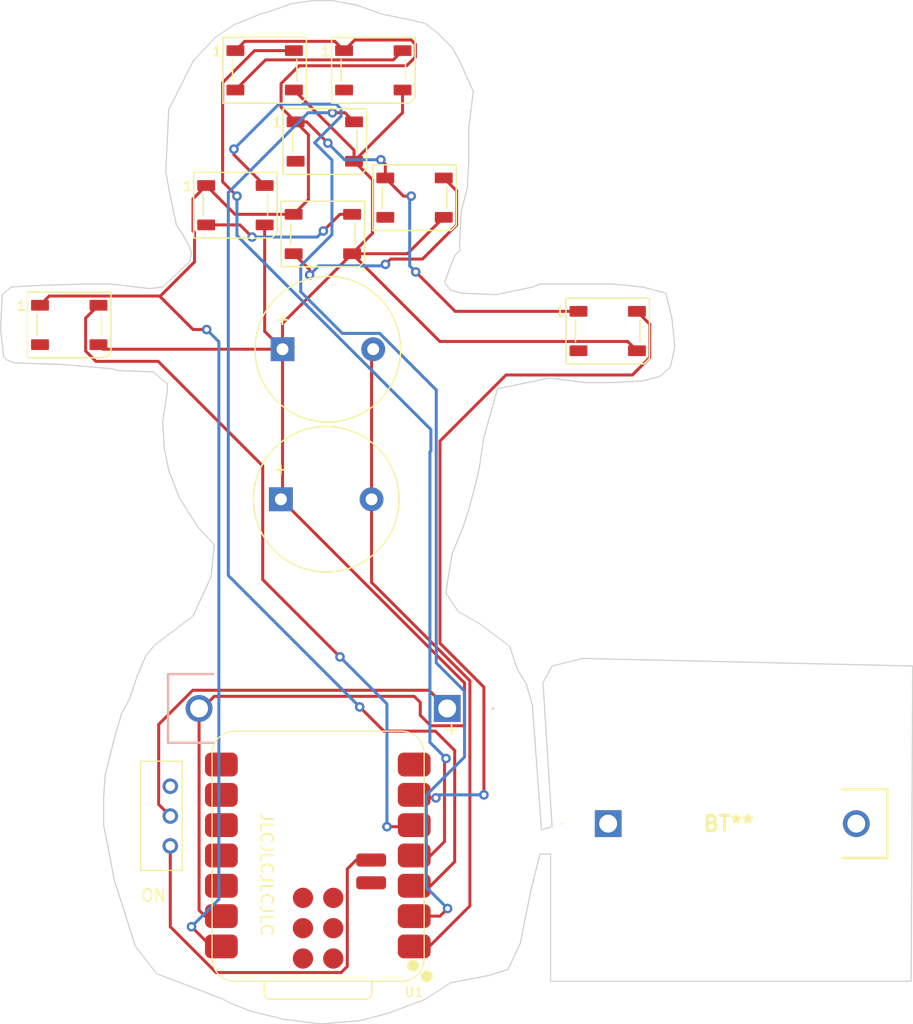
<source format=kicad_pcb>
(kicad_pcb (version 20240108) (generator "pcbnew") (generator_version "8.0")
  (layers (0 "F.Cu" signal) (31 "B.Cu" signal) (34 "B.Paste" user) (35 "F.Paste" user) (36 "B.SilkS" user "B.Silkscreen") (37 "F.SilkS" user "F.Silkscreen") (38 "B.Mask" user) (39 "F.Mask" user) (44 "Edge.Cuts" user))
  (net 0 "")
  (net 1 "Net-(BZ1--)")
  (net 2 "GND")
  (net 3 "+5V")
  (net 4 "Net-(D1-DIN)")
  (net 6 "Net-(D2-DIN)")
  (net 7 "Net-(D2-DOUT)")
  (net 10 "Net-(D8-DIN)")
  (net 11 "Net-(D10-DIN)")
  (net 12 "Net-(D10-DOUT)")
  (net 14 "Net-(D12-DIN)")
  (net 17 "Net-(D13-DIN)")
  (net 30 "Net-(BT1--)")
  (net 31 "Net-(BT1-+)")
  (footprint "LED_SMD:LED_WS2812B_PLCC4_5.0x5.0mm_P3.2mm" (layer "F.Cu") (at 239.739 80.011)
    (property "Reference" "D13" (hide yes))
    (property "Value" "WS2812B" (hide yes))
    (fp_line (start -3.5 -2.75) (end -3.5 2.75) (stroke (width 0.12)) (layer "F.SilkS"))
    (fp_line (start -3.5 -2.75) (end 3.5 -2.75) (stroke (width 0.12)) (layer "F.SilkS"))
    (fp_line (start -3.5 2.75) (end 3.05 2.75) (stroke (width 0.12)) (layer "F.SilkS"))
    (fp_line (start -2.7 0.9) (end -2.7 -0.9) (stroke (width 0.12)) (layer "F.SilkS"))
    (fp_line (start 2.7 0.9) (end 2.7 -0.9) (stroke (width 0.12)) (layer "F.SilkS"))
    (fp_line (start 3.05 2.75) (end 3.5 2.3) (stroke (width 0.12)) (layer "F.SilkS"))
    (fp_line (start 3.5 2.3) (end 3.5 -2.75) (stroke (width 0.12)) (layer "F.SilkS"))
    (fp_text user "1" (at -4 -1.6 0) (layer "F.SilkS") (effects (font (size 0.8 0.8))))
    (pad "1" smd roundrect (at -2.45 -1.65) (size 1.5 0.9) (layers "F.Cu" "F.Paste" "F.Mask") (roundrect_rratio 0.1) (net 3 "+5V"))
    (pad "2" smd roundrect (at -2.45 1.65) (size 1.5 0.9) (layers "F.Cu" "F.Paste" "F.Mask") (roundrect_rratio 0.1))
    (pad "3" smd roundrect (at 2.45 1.65) (size 1.5 0.9) (layers "F.Cu" "F.Paste" "F.Mask") (roundrect_rratio 0.1) (net 2 "GND"))
    (pad "4" smd roundrect (at 2.45 -1.65) (size 1.5 0.9) (layers "F.Cu" "F.Paste" "F.Mask") (roundrect_rratio 0.1) (net 17 "Net-(D13-DIN)"))
  )
  (footprint "Buzzer_Beeper:Buzzer_12x9.5RM7.6" (layer "F.Cu") (at 212.481 81.534)
    (property "Reference" "BZ1" (hide yes))
    (property "Value" "Buzzer" (hide yes))
    (fp_circle (center 3.8 0) (end 9.9 0) (stroke (width 0.12)) (fill none) (layer "F.SilkS"))
    (fp_text user "+" (at -0.01 -2.54 0) (layer "F.SilkS"))
    (pad "1" thru_hole rect (at 0 0) (size 2 2) (drill 1) (layers "*.Cu" "*.Mask") (net 2 "GND"))
    (pad "2" thru_hole circle (at 7.6 0) (size 2 2) (drill 1) (layers "*.Cu" "*.Mask") (net 1 "Net-(BZ1--)"))
  )
  (footprint "LED_SMD:LED_WS2812B_PLCC4_5.0x5.0mm_P3.2mm" (layer "F.Cu") (at 220.091 58.166)
    (property "Reference" "D11" (hide yes))
    (property "Value" "WS2812B" (hide yes))
    (fp_line (start -3.5 -2.75) (end -3.5 2.75) (stroke (width 0.12)) (layer "F.SilkS"))
    (fp_line (start -3.5 -2.75) (end 3.5 -2.75) (stroke (width 0.12)) (layer "F.SilkS"))
    (fp_line (start -3.5 2.75) (end 3.05 2.75) (stroke (width 0.12)) (layer "F.SilkS"))
    (fp_line (start -2.7 0.9) (end -2.7 -0.9) (stroke (width 0.12)) (layer "F.SilkS"))
    (fp_line (start 2.7 0.9) (end 2.7 -0.9) (stroke (width 0.12)) (layer "F.SilkS"))
    (fp_line (start 3.05 2.75) (end 3.5 2.3) (stroke (width 0.12)) (layer "F.SilkS"))
    (fp_line (start 3.5 2.3) (end 3.5 -2.75) (stroke (width 0.12)) (layer "F.SilkS"))
    (fp_text user "1" (at -4 -1.6 0) (layer "F.SilkS") (effects (font (size 0.8 0.8))))
    (pad "1" smd roundrect (at -2.45 -1.65) (size 1.5 0.9) (layers "F.Cu" "F.Paste" "F.Mask") (roundrect_rratio 0.1) (net 3 "+5V"))
    (pad "2" smd roundrect (at -2.45 1.65) (size 1.5 0.9) (layers "F.Cu" "F.Paste" "F.Mask") (roundrect_rratio 0.1))
    (pad "3" smd roundrect (at 2.45 1.65) (size 1.5 0.9) (layers "F.Cu" "F.Paste" "F.Mask") (roundrect_rratio 0.1) (net 2 "GND"))
    (pad "4" smd roundrect (at 2.45 -1.65) (size 1.5 0.9) (layers "F.Cu" "F.Paste" "F.Mask") (roundrect_rratio 0.1) (net 12 "Net-(D10-DOUT)"))
  )
  (footprint "XIAOESP32C3:XIAO-ESP32C3-SMD" (layer "F.Cu") (at 215.52 123.992 180)
    (property "Reference" "U1" (at -8.835 -10.96 0) (layer "F.SilkS") (effects (font (size 0.78232 0.78232) (thickness 0.10668)) (justify right top)))
    (property "Value" "XIAO-ESP32-C3-SMD" (hide yes))
    (fp_line (start 8.945 8.553) (end 8.945 -8.592) (stroke (width 0.1)) (layer "F.SilkS"))
    (fp_line (start 7.04 -10.497) (end -6.93 -10.497) (stroke (width 0.1)) (layer "F.SilkS"))
    (fp_line (start 4.559 -11.507) (end 4.559 -10.497) (stroke (width 0.127)) (layer "F.SilkS"))
    (fp_line (start -3.936272 -12.007) (end 4.059 -12.007) (stroke (width 0.127)) (layer "F.SilkS"))
    (fp_line (start -4.44 -10.497) (end -4.436272 -11.507272) (stroke (width 0.127)) (layer "F.SilkS"))
    (fp_line (start -6.93 10.458) (end 7.04 10.458) (stroke (width 0.1)) (layer "F.SilkS"))
    (fp_line (start -8.835 8.553) (end -8.835 -8.592) (stroke (width 0.1)) (layer "F.SilkS"))
    (fp_arc (start 8.945 8.553) (mid 8.387038 9.900038) (end 7.04 10.458) (stroke (width 0.1)) (layer "F.SilkS"))
    (fp_arc (start 7.04 -10.497) (mid 8.387038 -9.939038) (end 8.945 -8.592) (stroke (width 0.1)) (layer "F.SilkS"))
    (fp_arc (start 4.059 -12.007) (mid 4.412553 -11.860553) (end 4.559 -11.507) (stroke (width 0.127)) (layer "F.SilkS"))
    (fp_arc (start -4.436272 -11.507272) (mid -4.289724 -11.860644) (end -3.936272 -12.007) (stroke (width 0.127)) (layer "F.SilkS"))
    (fp_arc (start -6.93 10.458) (mid -8.277038 9.900038) (end -8.835 8.553) (stroke (width 0.1)) (layer "F.SilkS"))
    (fp_arc (start -8.835 -8.596) (mid -8.277038 -9.943038) (end -6.93 -10.501) (stroke (width 0.1)) (layer "F.SilkS"))
    (fp_circle (center -7.902 -9.201) (end -7.902 -9.455) (stroke (width 0.5)) (fill solid) (layer "F.SilkS"))
    (fp_circle (center -9.045 -10.081) (end -9.045 -10.335) (stroke (width 0.5)) (fill solid) (layer "F.SilkS"))
    (pad "1" smd roundrect (at -8 -7.58 180) (size 2.75 2) (layers "F.Cu" "F.Paste" "F.Mask") (net 1 "Net-(BZ1--)"))
    (pad "2" smd roundrect (at -8 -5.04 180) (size 2.75 2) (layers "F.Cu" "F.Paste" "F.Mask") (net 10 "Net-(D8-DIN)"))
    (pad "3" smd roundrect (at -8 -2.5 180) (size 2.75 2) (layers "F.Cu" "F.Paste" "F.Mask") (net 4 "Net-(D1-DIN)"))
    (pad "4" smd roundrect (at -8 0.04 180) (size 2.75 2) (layers "F.Cu" "F.Paste" "F.Mask") (net 11 "Net-(D10-DIN)"))
    (pad "5" smd roundrect (at -8 2.58 180) (size 2.75 2) (layers "F.Cu" "F.Paste" "F.Mask") (net 14 "Net-(D12-DIN)"))
    (pad "6" smd roundrect (at -8 5.12 180) (size 2.75 2) (layers "F.Cu" "F.Paste" "F.Mask") (net 17 "Net-(D13-DIN)"))
    (pad "7" smd roundrect (at -8 7.66 180) (size 2.75 2) (layers "F.Cu" "F.Paste" "F.Mask"))
    (pad "8" smd roundrect (at 8.165 7.66 180) (size 2.75 2) (layers "F.Cu" "F.Paste" "F.Mask"))
    (pad "9" smd roundrect (at 8.165 5.12 180) (size 2.75 2) (layers "F.Cu" "F.Paste" "F.Mask"))
    (pad "10" smd roundrect (at 8.165 2.58 180) (size 2.75 2) (layers "F.Cu" "F.Paste" "F.Mask"))
    (pad "11" smd roundrect (at 8.165 0.04 180) (size 2.75 2) (layers "F.Cu" "F.Paste" "F.Mask"))
    (pad "12" smd roundrect (at 8.165 -2.5 180) (size 2.75 2) (layers "F.Cu" "F.Paste" "F.Mask"))
    (pad "13" smd roundrect (at 8.165 -5.04 180) (size 2.75 2) (layers "F.Cu" "F.Paste" "F.Mask") (net 2 "GND"))
    (pad "14" smd roundrect (at 8.165 -7.58 180) (size 2.75 2) (layers "F.Cu" "F.Paste" "F.Mask") (net 3 "+5V"))
    (pad "15" smd roundrect (at -4.39 -0.342) (size 2.5 1.1) (layers "F.Cu" "F.Paste" "F.Mask") (net 31 "Net-(BT1-+)"))
    (pad "16" smd roundrect (at -4.39 -2.247) (size 2.5 1.1) (layers "F.Cu" "F.Paste" "F.Mask"))
    (pad "17" smd circle (at -1.215 -8.592 180) (size 1.7 1.7) (layers "F.Cu" "F.Paste" "F.Mask"))
    (pad "18" smd circle (at 1.325 -8.592 180) (size 1.7 1.7) (layers "F.Cu" "F.Paste" "F.Mask"))
    (pad "19" smd circle (at -1.215 -6.052 180) (size 1.7 1.7) (layers "F.Cu" "F.Paste" "F.Mask"))
    (pad "20" smd circle (at 1.325 -6.052 180) (size 1.7 1.7) (layers "F.Cu" "F.Paste" "F.Mask"))
    (pad "21" smd circle (at -1.215 -3.512 180) (size 1.7 1.7) (layers "F.Cu" "F.Paste" "F.Mask"))
    (pad "22" smd circle (at 1.325 -3.512 180) (size 1.7 1.7) (layers "F.Cu" "F.Paste" "F.Mask"))
  )
  (footprint "2032:BS07A1BJ001" (layer "F.Cu") (at 239.776 121.285)
    (property "Reference" "BT**" (at 10.1 0 0) (layer "F.SilkS") (effects (font (size 1.27 1.27) (thickness 0.254))))
    (property "Value" "BS07A1BJ001" (hide yes))
    (fp_line (start -3.9 0) (end -3.9 0) (stroke (width 0.1)) (layer "F.SilkS"))
    (fp_line (start -3.8 0) (end -3.8 0) (stroke (width 0.1)) (layer "F.SilkS"))
    (fp_line (start 19.63 -2.875) (end 23.4 -2.875) (stroke (width 0.2)) (layer "F.SilkS"))
    (fp_line (start 23.4 -2.875) (end 23.4 2.875) (stroke (width 0.2)) (layer "F.SilkS"))
    (fp_line (start 23.4 2.875) (end 19.63 2.875) (stroke (width 0.2)) (layer "F.SilkS"))
    (fp_arc (start -3.9 0) (mid -3.85 -0.05) (end -3.8 0) (stroke (width 0.1)) (layer "F.SilkS"))
    (fp_arc (start -3.8 0) (mid -3.85 0.05) (end -3.9 0) (stroke (width 0.1)) (layer "F.SilkS"))
    (pad "1" thru_hole rect (at 0 0) (size 2.25 2.25) (drill 1.5) (layers "*.Cu" "*.Mask"))
    (pad "2" thru_hole circle (at 20.8 0) (size 2.25 2.25) (drill 1.5) (layers "*.Cu" "*.Mask"))
  )
  (footprint "LED_SMD:LED_WS2812B_PLCC4_5.0x5.0mm_P3.2mm" (layer "F.Cu") (at 216.027 64.135)
    (property "Reference" "D1" (hide yes))
    (property "Value" "WS2812B" (hide yes))
    (fp_line (start -3.5 -2.75) (end -3.5 2.75) (stroke (width 0.12)) (layer "F.SilkS"))
    (fp_line (start -3.5 -2.75) (end 3.5 -2.75) (stroke (width 0.12)) (layer "F.SilkS"))
    (fp_line (start -3.5 2.75) (end 3.05 2.75) (stroke (width 0.12)) (layer "F.SilkS"))
    (fp_line (start -2.7 0.9) (end -2.7 -0.9) (stroke (width 0.12)) (layer "F.SilkS"))
    (fp_line (start 2.7 0.9) (end 2.7 -0.9) (stroke (width 0.12)) (layer "F.SilkS"))
    (fp_line (start 3.05 2.75) (end 3.5 2.3) (stroke (width 0.12)) (layer "F.SilkS"))
    (fp_line (start 3.5 2.3) (end 3.5 -2.75) (stroke (width 0.12)) (layer "F.SilkS"))
    (fp_text user "1" (at -4 -1.6 0) (layer "F.SilkS") (effects (font (size 0.8 0.8))))
    (pad "1" smd roundrect (at -2.45 -1.65) (size 1.5 0.9) (layers "F.Cu" "F.Paste" "F.Mask") (roundrect_rratio 0.1) (net 3 "+5V"))
    (pad "2" smd roundrect (at -2.45 1.65) (size 1.5 0.9) (layers "F.Cu" "F.Paste" "F.Mask") (roundrect_rratio 0.1))
    (pad "3" smd roundrect (at 2.45 1.65) (size 1.5 0.9) (layers "F.Cu" "F.Paste" "F.Mask") (roundrect_rratio 0.1) (net 2 "GND"))
    (pad "4" smd roundrect (at 2.45 -1.65) (size 1.5 0.9) (layers "F.Cu" "F.Paste" "F.Mask") (roundrect_rratio 0.1) (net 4 "Net-(D1-DIN)"))
  )
  (footprint "LED_SMD:LED_WS2812B_PLCC4_5.0x5.0mm_P3.2mm" (layer "F.Cu") (at 215.863 71.881)
    (property "Reference" "D2" (hide yes))
    (property "Value" "WS2812B" (hide yes))
    (fp_line (start -3.5 -2.75) (end -3.5 2.75) (stroke (width 0.12)) (layer "F.SilkS"))
    (fp_line (start -3.5 -2.75) (end 3.5 -2.75) (stroke (width 0.12)) (layer "F.SilkS"))
    (fp_line (start -3.5 2.75) (end 3.05 2.75) (stroke (width 0.12)) (layer "F.SilkS"))
    (fp_line (start -2.7 0.9) (end -2.7 -0.9) (stroke (width 0.12)) (layer "F.SilkS"))
    (fp_line (start 2.7 0.9) (end 2.7 -0.9) (stroke (width 0.12)) (layer "F.SilkS"))
    (fp_line (start 3.05 2.75) (end 3.5 2.3) (stroke (width 0.12)) (layer "F.SilkS"))
    (fp_line (start 3.5 2.3) (end 3.5 -2.75) (stroke (width 0.12)) (layer "F.SilkS"))
    (pad "1" smd roundrect (at -2.45 -1.65) (size 1.5 0.9) (layers "F.Cu" "F.Paste" "F.Mask") (roundrect_rratio 0.1) (net 3 "+5V"))
    (pad "2" smd roundrect (at -2.45 1.65) (size 1.5 0.9) (layers "F.Cu" "F.Paste" "F.Mask") (roundrect_rratio 0.1) (net 7 "Net-(D2-DOUT)"))
    (pad "3" smd roundrect (at 2.45 1.65) (size 1.5 0.9) (layers "F.Cu" "F.Paste" "F.Mask") (roundrect_rratio 0.1) (net 2 "GND"))
    (pad "4" smd roundrect (at 2.45 -1.65) (size 1.5 0.9) (layers "F.Cu" "F.Paste" "F.Mask") (roundrect_rratio 0.1) (net 6 "Net-(D2-DIN)"))
  )
  (footprint "LED_SMD:LED_WS2812B_PLCC4_5.0x5.0mm_P3.2mm" (layer "F.Cu") (at 194.601 79.501)
    (property "Reference" "D12" (hide yes))
    (property "Value" "WS2812B" (hide yes))
    (fp_line (start -3.5 -2.75) (end -3.5 2.75) (stroke (width 0.12)) (layer "F.SilkS"))
    (fp_line (start -3.5 -2.75) (end 3.5 -2.75) (stroke (width 0.12)) (layer "F.SilkS"))
    (fp_line (start -3.5 2.75) (end 3.05 2.75) (stroke (width 0.12)) (layer "F.SilkS"))
    (fp_line (start -2.7 0.9) (end -2.7 -0.9) (stroke (width 0.12)) (layer "F.SilkS"))
    (fp_line (start 2.7 0.9) (end 2.7 -0.9) (stroke (width 0.12)) (layer "F.SilkS"))
    (fp_line (start 3.05 2.75) (end 3.5 2.3) (stroke (width 0.12)) (layer "F.SilkS"))
    (fp_line (start 3.5 2.3) (end 3.5 -2.75) (stroke (width 0.12)) (layer "F.SilkS"))
    (fp_text user "1" (at -4 -1.6 0) (layer "F.SilkS") (effects (font (size 0.8 0.8))))
    (pad "1" smd roundrect (at -2.45 -1.65) (size 1.5 0.9) (layers "F.Cu" "F.Paste" "F.Mask") (roundrect_rratio 0.1) (net 3 "+5V"))
    (pad "2" smd roundrect (at -2.45 1.65) (size 1.5 0.9) (layers "F.Cu" "F.Paste" "F.Mask") (roundrect_rratio 0.1))
    (pad "3" smd roundrect (at 2.45 1.65) (size 1.5 0.9) (layers "F.Cu" "F.Paste" "F.Mask") (roundrect_rratio 0.1) (net 2 "GND"))
    (pad "4" smd roundrect (at 2.45 -1.65) (size 1.5 0.9) (layers "F.Cu" "F.Paste" "F.Mask") (roundrect_rratio 0.1) (net 14 "Net-(D12-DIN)"))
  )
  (footprint "LED_SMD:LED_WS2812B_PLCC4_5.0x5.0mm_P3.2mm" (layer "F.Cu") (at 223.5465 68.835)
    (property "Reference" "D3" (hide yes))
    (property "Value" "WS2812B" (hide yes))
    (fp_line (start -3.5 -2.75) (end -3.5 2.75) (stroke (width 0.12)) (layer "F.SilkS"))
    (fp_line (start -3.5 -2.75) (end 3.5 -2.75) (stroke (width 0.12)) (layer "F.SilkS"))
    (fp_line (start -3.5 2.75) (end 3.05 2.75) (stroke (width 0.12)) (layer "F.SilkS"))
    (fp_line (start -2.7 0.9) (end -2.7 -0.9) (stroke (width 0.12)) (layer "F.SilkS"))
    (fp_line (start 2.7 0.9) (end 2.7 -0.9) (stroke (width 0.12)) (layer "F.SilkS"))
    (fp_line (start 3.05 2.75) (end 3.5 2.3) (stroke (width 0.12)) (layer "F.SilkS"))
    (fp_line (start 3.5 2.3) (end 3.5 -2.75) (stroke (width 0.12)) (layer "F.SilkS"))
    (pad "1" smd roundrect (at -2.45 -1.65) (size 1.5 0.9) (layers "F.Cu" "F.Paste" "F.Mask") (roundrect_rratio 0.1) (net 3 "+5V"))
    (pad "2" smd roundrect (at -2.45 1.65) (size 1.5 0.9) (layers "F.Cu" "F.Paste" "F.Mask") (roundrect_rratio 0.1))
    (pad "3" smd roundrect (at 2.45 1.65) (size 1.5 0.9) (layers "F.Cu" "F.Paste" "F.Mask") (roundrect_rratio 0.1) (net 2 "GND"))
    (pad "4" smd roundrect (at 2.45 -1.65) (size 1.5 0.9) (layers "F.Cu" "F.Paste" "F.Mask") (roundrect_rratio 0.1) (net 7 "Net-(D2-DOUT)"))
  )
  (footprint "LED_SMD:LED_WS2812B_PLCC4_5.0x5.0mm_P3.2mm" (layer "F.Cu") (at 210.984 58.165)
    (property "Reference" "D10" (hide yes))
    (property "Value" "WS2812B" (hide yes))
    (fp_line (start -3.5 -2.75) (end -3.5 2.75) (stroke (width 0.12)) (layer "F.SilkS"))
    (fp_line (start -3.5 -2.75) (end 3.5 -2.75) (stroke (width 0.12)) (layer "F.SilkS"))
    (fp_line (start -3.5 2.75) (end 3.05 2.75) (stroke (width 0.12)) (layer "F.SilkS"))
    (fp_line (start -2.7 0.9) (end -2.7 -0.9) (stroke (width 0.12)) (layer "F.SilkS"))
    (fp_line (start 2.7 0.9) (end 2.7 -0.9) (stroke (width 0.12)) (layer "F.SilkS"))
    (fp_line (start 3.05 2.75) (end 3.5 2.3) (stroke (width 0.12)) (layer "F.SilkS"))
    (fp_line (start 3.5 2.3) (end 3.5 -2.75) (stroke (width 0.12)) (layer "F.SilkS"))
    (fp_text user "1" (at -4 -1.6 0) (layer "F.SilkS") (effects (font (size 0.8 0.8))))
    (pad "1" smd roundrect (at -2.45 -1.65) (size 1.5 0.9) (layers "F.Cu" "F.Paste" "F.Mask") (roundrect_rratio 0.1) (net 3 "+5V"))
    (pad "2" smd roundrect (at -2.45 1.65) (size 1.5 0.9) (layers "F.Cu" "F.Paste" "F.Mask") (roundrect_rratio 0.1) (net 12 "Net-(D10-DOUT)"))
    (pad "3" smd roundrect (at 2.45 1.65) (size 1.5 0.9) (layers "F.Cu" "F.Paste" "F.Mask") (roundrect_rratio 0.1) (net 2 "GND"))
    (pad "4" smd roundrect (at 2.45 -1.65) (size 1.5 0.9) (layers "F.Cu" "F.Paste" "F.Mask") (roundrect_rratio 0.1) (net 11 "Net-(D10-DIN)"))
  )
  (footprint "Buzzer_Beeper:Buzzer_12x9.5RM7.6" (layer "F.Cu") (at 212.344 94.107)
    (property "Reference" "BZ2" (hide yes))
    (property "Value" "Buzzer" (hide yes))
    (fp_circle (center 3.8 0) (end 9.9 0) (stroke (width 0.12)) (fill none) (layer "F.SilkS"))
    (fp_text user "+" (at -0.01 -2.54 0) (layer "F.SilkS"))
    (pad "1" thru_hole rect (at 0 0) (size 2 2) (drill 1) (layers "*.Cu" "*.Mask") (net 2 "GND"))
    (pad "2" thru_hole circle (at 7.6 0) (size 2 2) (drill 1) (layers "*.Cu" "*.Mask") (net 1 "Net-(BZ1--)"))
  )
  (footprint "LED_SMD:LED_WS2812B_PLCC4_5.0x5.0mm_P3.2mm" (layer "F.Cu") (at 208.534 69.469)
    (property "Reference" "D8" (hide yes))
    (property "Value" "WS2812B" (hide yes))
    (fp_line (start -3.5 -2.75) (end -3.5 2.75) (stroke (width 0.12)) (layer "F.SilkS"))
    (fp_line (start -3.5 -2.75) (end 3.5 -2.75) (stroke (width 0.12)) (layer "F.SilkS"))
    (fp_line (start -3.5 2.75) (end 3.05 2.75) (stroke (width 0.12)) (layer "F.SilkS"))
    (fp_line (start -2.7 0.9) (end -2.7 -0.9) (stroke (width 0.12)) (layer "F.SilkS"))
    (fp_line (start 2.7 0.9) (end 2.7 -0.9) (stroke (width 0.12)) (layer "F.SilkS"))
    (fp_line (start 3.05 2.75) (end 3.5 2.3) (stroke (width 0.12)) (layer "F.SilkS"))
    (fp_line (start 3.5 2.3) (end 3.5 -2.75) (stroke (width 0.12)) (layer "F.SilkS"))
    (fp_text user "1" (at -4 -1.6 0) (layer "F.SilkS") (effects (font (size 0.8 0.8))))
    (pad "1" smd roundrect (at -2.45 -1.65) (size 1.5 0.9) (layers "F.Cu" "F.Paste" "F.Mask") (roundrect_rratio 0.1) (net 3 "+5V"))
    (pad "2" smd roundrect (at -2.45 1.65) (size 1.5 0.9) (layers "F.Cu" "F.Paste" "F.Mask") (roundrect_rratio 0.1) (net 6 "Net-(D2-DIN)"))
    (pad "3" smd roundrect (at 2.45 1.65) (size 1.5 0.9) (layers "F.Cu" "F.Paste" "F.Mask") (roundrect_rratio 0.1) (net 2 "GND"))
    (pad "4" smd roundrect (at 2.45 -1.65) (size 1.5 0.9) (layers "F.Cu" "F.Paste" "F.Mask") (roundrect_rratio 0.1) (net 10 "Net-(D8-DIN)"))
  )
  (footprint "AAAAAA_NewSwitch:K31260DL1" (layer "F.Cu") (at 203.073 123.15 90)
    (property "Reference" "BT1" (hide yes))
    (property "Value" "BS-07-A1BJ001" (hide yes))
    (fp_line (start 7.1 -2.5) (end 7.1 1) (stroke (width 0.1)) (layer "F.SilkS"))
    (fp_line (start -2.05 -2.5) (end 7.1 -2.5) (stroke (width 0.1)) (layer "F.SilkS"))
    (fp_line (start 7.1 1) (end -2.05 1) (stroke (width 0.1)) (layer "F.SilkS"))
    (fp_line (start -2.05 1) (end -2.05 -2.5) (stroke (width 0.1)) (layer "F.SilkS"))
    (pad "1" thru_hole circle (at 0 0 90) (size 1.3 1.3) (drill 0.8) (layers "*.Cu" "*.Mask") (net 31 "Net-(BT1-+)"))
    (pad "2" thru_hole circle (at 2.5 0 90) (size 1.3 1.3) (drill 0.8) (layers "*.Cu" "*.Mask") (net 30 "Net-(BT1--)"))
    (pad "3" thru_hole circle (at 5 0 90) (size 1.3 1.3) (drill 0.8) (layers "*.Cu" "*.Mask"))
  )
  (footprint "Switch:BS07A1BJ001" (layer "B.Cu") (at 226.286 111.633 180)
    (property "Reference" "S1" (hide yes))
    (property "Value" "K3-1260D-L1" (hide yes))
    (fp_line (start 23.4 2.875) (end 19.63 2.875) (stroke (width 0.2)) (layer "B.SilkS"))
    (fp_line (start 23.4 -2.875) (end 23.4 2.875) (stroke (width 0.2)) (layer "B.SilkS"))
    (fp_line (start 19.63 -2.875) (end 23.4 -2.875) (stroke (width 0.2)) (layer "B.SilkS"))
    (fp_line (start -3.8 0) (end -3.8 0) (stroke (width 0.1)) (layer "B.SilkS"))
    (fp_line (start -3.9 0) (end -3.9 0) (stroke (width 0.1)) (layer "B.SilkS"))
    (fp_arc (start -3.8 0) (mid -3.85 0.05) (end -3.9 0) (stroke (width 0.1)) (layer "B.SilkS"))
    (fp_arc (start -3.9 0) (mid -3.85 -0.05) (end -3.8 0) (stroke (width 0.1)) (layer "B.SilkS"))
    (pad "1" thru_hole rect (at 0 0 180) (size 2.25 2.25) (drill 1.5) (layers "*.Cu" "*.Mask") (net 30 "Net-(BT1--)"))
    (pad "2" thru_hole circle (at 20.8 0 180) (size 2.25 2.25) (drill 1.5) (layers "*.Cu" "*.Mask") (net 2 "GND"))
  )
  (gr_line (start 215.011 52.324) (end 213.233 52.578) (stroke (width 0.1)) (layer "Edge.Cuts"))
  (gr_line (start 206.883 55.372) (end 208.407 54.356) (stroke (width 0.1)) (layer "Edge.Cuts"))
  (gr_line (start 199.009 112.014) (end 199.644 110.871) (stroke (width 0.1)) (layer "Edge.Cuts"))
  (gr_line (start 229.997 105.283) (end 228.981 104.521) (stroke (width 0.1)) (layer "Edge.Cuts"))
  (gr_line (start 199.644 110.871) (end 200.279 108.966) (stroke (width 0.1)) (layer "Edge.Cuts"))
  (gr_line (start 207.264 135.89) (end 201.93 133.858) (stroke (width 0.1)) (layer "Edge.Cuts"))
  (gr_line (start 227.584 96.52) (end 226.695 98.679) (stroke (width 0.1)) (layer "Edge.Cuts"))
  (gr_line (start 226.949 73.66) (end 227.33 73.279) (stroke (width 0.1)) (layer "Edge.Cuts"))
  (gr_line (start 216.662 52.324) (end 215.011 52.324) (stroke (width 0.1)) (layer "Edge.Cuts"))
  (gr_line (start 228.727 92.583) (end 228.092 94.996) (stroke (width 0.1)) (layer "Edge.Cuts"))
  (gr_line (start 265.303 108.077) (end 237.617 107.442) (stroke (width 0.1)) (layer "Edge.Cuts"))
  (gr_line (start 228.981 91.44) (end 229.362 88.9) (stroke (width 0.1)) (layer "Edge.Cuts"))
  (gr_line (start 228.727 92.583) (end 228.981 91.44) (stroke (width 0.1)) (layer "Edge.Cuts"))
  (gr_line (start 189.357 82.423) (end 189.103 82.169) (stroke (width 0.1)) (layer "Edge.Cuts"))
  (gr_line (start 230.378 76.962) (end 233.426 76.327) (stroke (width 0.1)) (layer "Edge.Cuts"))
  (gr_line (start 202.565 89.789) (end 202.946 91.694) (stroke (width 0.1)) (layer "Edge.Cuts"))
  (gr_line (start 228.981 104.521) (end 227.203 103.505) (stroke (width 0.1)) (layer "Edge.Cuts"))
  (gr_line (start 196.977 83.058) (end 198.247 83.185) (stroke (width 0.1)) (layer "Edge.Cuts"))
  (gr_line (start 195.834 76.073) (end 198.12 76.073) (stroke (width 0.1)) (layer "Edge.Cuts"))
  (gr_line (start 235.077 108.077) (end 234.315 109.474) (stroke (width 0.1)) (layer "Edge.Cuts"))
  (gr_line (start 228.473 59.944) (end 227.33 57.404) (stroke (width 0.1)) (layer "Edge.Cuts"))
  (gr_line (start 212.598 137.668) (end 215.519 138.049) (stroke (width 0.1)) (layer "Edge.Cuts"))
  (gr_line (start 202.819 85.09) (end 202.819 84.455) (stroke (width 0.1)) (layer "Edge.Cuts"))
  (gr_line (start 218.694 52.705) (end 216.662 52.324) (stroke (width 0.1)) (layer "Edge.Cuts"))
  (gr_line (start 226.695 56.261) (end 227.33 57.404) (stroke (width 0.1)) (layer "Edge.Cuts"))
  (gr_line (start 207.264 135.89) (end 208.28 136.398) (stroke (width 0.1)) (layer "Edge.Cuts"))
  (gr_line (start 230.505 84.836) (end 232.41 84.455) (stroke (width 0.1)) (layer "Edge.Cuts"))
  (gr_line (start 204.597 72.771) (end 204.851 73.406) (stroke (width 0.1)) (layer "Edge.Cuts"))
  (gr_line (start 245.237 81.915) (end 245.364 81.28) (stroke (width 0.1)) (layer "Edge.Cuts"))
  (gr_line (start 204.978 103.886) (end 206.502 100.584) (stroke (width 0.1)) (layer "Edge.Cuts"))
  (gr_line (start 202.946 91.694) (end 203.835 93.98) (stroke (width 0.1)) (layer "Edge.Cuts"))
  (gr_line (start 245.11 78.867) (end 244.602 76.835) (stroke (width 0.1)) (layer "Edge.Cuts"))
  (gr_line (start 234.95 134.493) (end 234.95 123.825) (stroke (width 0.1)) (layer "Edge.Cuts"))
  (gr_line (start 234.315 109.474) (end 235.077 121.539) (stroke (width 0.1)) (layer "Edge.Cuts"))
  (gr_line (start 232.41 131.318) (end 233.299 126.873) (stroke (width 0.1)) (layer "Edge.Cuts"))
  (gr_line (start 203.581 71.12) (end 204.089 71.882) (stroke (width 0.1)) (layer "Edge.Cuts"))
  (gr_line (start 201.803 106.299) (end 204.978 103.886) (stroke (width 0.1)) (layer "Edge.Cuts"))
  (gr_line (start 203.835 93.98) (end 205.359 96.393) (stroke (width 0.1)) (layer "Edge.Cuts"))
  (gr_line (start 198.374 114.173) (end 197.612 117.221) (stroke (width 0.1)) (layer "Edge.Cuts"))
  (gr_line (start 213.233 52.578) (end 211.455 53.213) (stroke (width 0.1)) (layer "Edge.Cuts"))
  (gr_line (start 228.092 65.786) (end 228.092 62.992) (stroke (width 0.1)) (layer "Edge.Cuts"))
  (gr_line (start 204.089 71.882) (end 204.597 72.771) (stroke (width 0.1)) (layer "Edge.Cuts"))
  (gr_line (start 189.103 82.169) (end 188.849 79.883) (stroke (width 0.1)) (layer "Edge.Cuts"))
  (gr_line (start 197.485 119.126) (end 197.485 121.412) (stroke (width 0.1)) (layer "Edge.Cuts"))
  (gr_line (start 226.568 76.581) (end 226.06 75.946) (stroke (width 0.1)) (layer "Edge.Cuts"))
  (gr_line (start 201.93 133.858) (end 200.152 131.572) (stroke (width 0.1)) (layer "Edge.Cuts"))
  (gr_line (start 208.28 136.398) (end 209.931 137.033) (stroke (width 0.1)) (layer "Edge.Cuts"))
  (gr_line (start 231.521 106.426) (end 229.997 105.283) (stroke (width 0.1)) (layer "Edge.Cuts"))
  (gr_line (start 202.692 66.675) (end 202.946 61.468) (stroke (width 0.1)) (layer "Edge.Cuts"))
  (gr_line (start 198.12 76.073) (end 201.295 76.454) (stroke (width 0.1)) (layer "Edge.Cuts"))
  (gr_line (start 231.394 133.477) (end 232.41 131.318) (stroke (width 0.1)) (layer "Edge.Cuts"))
  (gr_line (start 199.009 112.014) (end 198.374 114.173) (stroke (width 0.1)) (layer "Edge.Cuts"))
  (gr_line (start 215.519 138.049) (end 215.9 138.049) (stroke (width 0.1)) (layer "Edge.Cuts"))
  (gr_line (start 202.946 61.468) (end 203.581 60.198) (stroke (width 0.1)) (layer "Edge.Cuts"))
  (gr_line (start 226.06 55.626) (end 226.695 56.261) (stroke (width 0.1)) (layer "Edge.Cuts"))
  (gr_line (start 198.247 83.185) (end 198.628 83.312) (stroke (width 0.1)) (layer "Edge.Cuts"))
  (gr_line (start 200.152 131.572) (end 198.374 125.984) (stroke (width 0.1)) (layer "Edge.Cuts"))
  (gr_line (start 226.06 75.946) (end 226.568 74.549) (stroke (width 0.1)) (layer "Edge.Cuts"))
  (gr_line (start 202.819 84.455) (end 201.676 83.439) (stroke (width 0.1)) (layer "Edge.Cuts"))
  (gr_line (start 244.094 83.82) (end 244.983 83.058) (stroke (width 0.1)) (layer "Edge.Cuts"))
  (gr_line (start 198.374 125.984) (end 197.993 123.952) (stroke (width 0.1)) (layer "Edge.Cuts"))
  (gr_line (start 227.33 72.644) (end 227.457 69.977) (stroke (width 0.1)) (layer "Edge.Cuts"))
  (gr_line (start 202.819 85.09) (end 202.438 87.63) (stroke (width 0.1)) (layer "Edge.Cuts"))
  (gr_line (start 188.849 79.883) (end 188.976 76.962) (stroke (width 0.1)) (layer "Edge.Cuts"))
  (gr_line (start 228.092 62.992) (end 228.473 59.944) (stroke (width 0.1)) (layer "Edge.Cuts"))
  (gr_line (start 234.823 83.947) (end 237.871 84.328) (stroke (width 0.1)) (layer "Edge.Cuts"))
  (gr_line (start 202.438 87.63) (end 202.565 89.789) (stroke (width 0.1)) (layer "Edge.Cuts"))
  (gr_line (start 229.87 133.985) (end 231.394 133.477) (stroke (width 0.1)) (layer "Edge.Cuts"))
  (gr_line (start 227.33 73.279) (end 227.33 72.644) (stroke (width 0.1)) (layer "Edge.Cuts"))
  (gr_line (start 204.978 57.404) (end 206.883 55.372) (stroke (width 0.1)) (layer "Edge.Cuts"))
  (gr_line (start 220.853 53.467) (end 218.694 52.705) (stroke (width 0.1)) (layer "Edge.Cuts"))
  (gr_line (start 240.157 76.073) (end 234.061 76.073) (stroke (width 0.1)) (layer "Edge.Cuts"))
  (gr_line (start 230.378 76.962) (end 227.457 76.835) (stroke (width 0.1)) (layer "Edge.Cuts"))
  (gr_line (start 226.568 134.62) (end 229.87 133.985) (stroke (width 0.1)) (layer "Edge.Cuts"))
  (gr_line (start 232.41 84.455) (end 234.823 83.947) (stroke (width 0.1)) (layer "Edge.Cuts"))
  (gr_line (start 226.314 100.965) (end 226.695 98.679) (stroke (width 0.1)) (layer "Edge.Cuts"))
  (gr_line (start 237.871 84.328) (end 240.157 84.328) (stroke (width 0.1)) (layer "Edge.Cuts"))
  (gr_line (start 227.203 103.505) (end 226.187 101.981) (stroke (width 0.1)) (layer "Edge.Cuts"))
  (gr_line (start 224.409 136.017) (end 226.568 134.62) (stroke (width 0.1)) (layer "Edge.Cuts"))
  (gr_line (start 226.187 101.981) (end 226.314 100.965) (stroke (width 0.1)) (layer "Edge.Cuts"))
  (gr_line (start 201.676 83.439) (end 198.628 83.312) (stroke (width 0.1)) (layer "Edge.Cuts"))
  (gr_line (start 204.724 74.168) (end 204.851 73.406) (stroke (width 0.1)) (layer "Edge.Cuts"))
  (gr_line (start 225.425 54.991) (end 226.06 55.626) (stroke (width 0.1)) (layer "Edge.Cuts"))
  (gr_line (start 234.95 123.825) (end 234.061 123.825) (stroke (width 0.1)) (layer "Edge.Cuts"))
  (gr_line (start 240.157 84.328) (end 242.57 84.201) (stroke (width 0.1)) (layer "Edge.Cuts"))
  (gr_line (start 203.581 60.198) (end 204.978 57.404) (stroke (width 0.1)) (layer "Edge.Cuts"))
  (gr_line (start 188.976 76.962) (end 189.738 76.327) (stroke (width 0.1)) (layer "Edge.Cuts"))
  (gr_line (start 202.438 76.327) (end 204.724 74.168) (stroke (width 0.1)) (layer "Edge.Cuts"))
  (gr_line (start 235.077 121.539) (end 234.188 121.793) (stroke (width 0.1)) (layer "Edge.Cuts"))
  (gr_line (start 233.426 111.379) (end 232.918 109.601) (stroke (width 0.1)) (layer "Edge.Cuts"))
  (gr_line (start 227.457 69.977) (end 227.965 68.072) (stroke (width 0.1)) (layer "Edge.Cuts"))
  (gr_line (start 208.407 54.356) (end 210.566 53.467) (stroke (width 0.1)) (layer "Edge.Cuts"))
  (gr_line (start 242.57 84.201) (end 244.094 83.82) (stroke (width 0.1)) (layer "Edge.Cuts"))
  (gr_line (start 201.295 76.454) (end 202.438 76.327) (stroke (width 0.1)) (layer "Edge.Cuts"))
  (gr_line (start 191.77 76.2) (end 195.834 76.073) (stroke (width 0.1)) (layer "Edge.Cuts"))
  (gr_line (start 193.802 82.804) (end 196.977 83.058) (stroke (width 0.1)) (layer "Edge.Cuts"))
  (gr_line (start 265.176 134.493) (end 265.303 108.077) (stroke (width 0.1)) (layer "Edge.Cuts"))
  (gr_line (start 210.566 53.467) (end 211.455 53.213) (stroke (width 0.1)) (layer "Edge.Cuts"))
  (gr_line (start 242.697 76.327) (end 240.157 76.073) (stroke (width 0.1)) (layer "Edge.Cuts"))
  (gr_line (start 193.802 82.804) (end 189.992 82.677) (stroke (width 0.1)) (layer "Edge.Cuts"))
  (gr_line (start 234.188 121.793) (end 233.426 111.379) (stroke (width 0.1)) (layer "Edge.Cuts"))
  (gr_line (start 221.361 137.16) (end 224.409 136.017) (stroke (width 0.1)) (layer "Edge.Cuts"))
  (gr_line (start 189.738 76.327) (end 191.77 76.2) (stroke (width 0.1)) (layer "Edge.Cuts"))
  (gr_line (start 228.092 94.996) (end 227.584 96.52) (stroke (width 0.1)) (layer "Edge.Cuts"))
  (gr_line (start 234.95 134.493) (end 265.176 134.493) (stroke (width 0.1)) (layer "Edge.Cuts"))
  (gr_line (start 237.617 107.442) (end 235.077 108.077) (stroke (width 0.1)) (layer "Edge.Cuts"))
  (gr_line (start 200.279 108.966) (end 201.041 107.188) (stroke (width 0.1)) (layer "Edge.Cuts"))
  (gr_line (start 230.505 84.836) (end 229.362 88.9) (stroke (width 0.1)) (layer "Edge.Cuts"))
  (gr_line (start 226.568 74.549) (end 226.949 73.66) (stroke (width 0.1)) (layer "Edge.Cuts"))
  (gr_line (start 222.758 53.848) (end 224.409 54.229) (stroke (width 0.1)) (layer "Edge.Cuts"))
  (gr_line (start 234.061 123.825) (end 233.299 126.873) (stroke (width 0.1)) (layer "Edge.Cuts"))
  (gr_line (start 205.359 96.393) (end 206.756 97.917) (stroke (width 0.1)) (layer "Edge.Cuts"))
  (gr_line (start 244.602 76.835) (end 242.697 76.327) (stroke (width 0.1)) (layer "Edge.Cuts"))
  (gr_line (start 218.948 137.795) (end 221.361 137.16) (stroke (width 0.1)) (layer "Edge.Cuts"))
  (gr_line (start 201.041 107.188) (end 201.803 106.299) (stroke (width 0.1)) (layer "Edge.Cuts"))
  (gr_line (start 224.409 54.229) (end 225.425 54.991) (stroke (width 0.1)) (layer "Edge.Cuts"))
  (gr_line (start 209.931 137.033) (end 212.598 137.668) (stroke (width 0.1)) (layer "Edge.Cuts"))
  (gr_line (start 244.983 83.058) (end 245.237 81.915) (stroke (width 0.1)) (layer "Edge.Cuts"))
  (gr_line (start 197.485 121.412) (end 197.993 123.952) (stroke (width 0.1)) (layer "Edge.Cuts"))
  (gr_line (start 220.853 53.467) (end 222.758 53.848) (stroke (width 0.1)) (layer "Edge.Cuts"))
  (gr_line (start 227.457 76.835) (end 226.568 76.581) (stroke (width 0.1)) (layer "Edge.Cuts"))
  (gr_line (start 232.156 108.331) (end 231.521 106.426) (stroke (width 0.1)) (layer "Edge.Cuts"))
  (gr_line (start 227.965 68.072) (end 228.092 65.786) (stroke (width 0.1)) (layer "Edge.Cuts"))
  (gr_line (start 206.756 97.917) (end 206.502 100.584) (stroke (width 0.1)) (layer "Edge.Cuts"))
  (gr_line (start 233.426 76.327) (end 234.061 76.073) (stroke (width 0.1)) (layer "Edge.Cuts"))
  (gr_line (start 245.364 81.28) (end 245.11 78.867) (stroke (width 0.1)) (layer "Edge.Cuts"))
  (gr_line (start 232.918 109.601) (end 232.156 108.331) (stroke (width 0.1)) (layer "Edge.Cuts"))
  (gr_line (start 215.9 138.049) (end 218.948 137.795) (stroke (width 0.1)) (layer "Edge.Cuts"))
  (gr_line (start 197.612 117.221) (end 197.485 119.126) (stroke (width 0.1)) (layer "Edge.Cuts"))
  (gr_line (start 189.992 82.677) (end 189.357 82.423) (stroke (width 0.1)) (layer "Edge.Cuts"))
  (gr_line (start 203.073 68.707) (end 202.692 66.675) (stroke (width 0.1)) (layer "Edge.Cuts"))
  (gr_line (start 203.581 71.12) (end 203.073 68.707) (stroke (width 0.1)) (layer "Edge.Cuts"))
  (gr_text "ON" (at 200.533 127.889 0) (layer "F.SilkS") (effects (font (size 1 1)) (justify left bottom)))
  (gr_text "JLCJLCJLCJLC" (at 210.566 120.269 -90) (layer "F.SilkS") (effects (font (size 1 1)) (justify left bottom)))
  (gr_text "+" (at 225.933 113.919 0) (layer "F.SilkS") (effects (font (size 1 1)) (justify left bottom)))
  (segment (start 228.186 128.176) (end 224.79 131.572) (width 0.25) (layer "F.Cu") (net 1))
  (segment (start 228.186 109.312604) (end 228.186 128.176) (width 0.25) (layer "F.Cu") (net 1))
  (segment (start 219.944 94.107) (end 219.944 101.070604) (width 0.25) (layer "F.Cu") (net 1))
  (segment (start 219.944 94.107) (end 219.944 81.671) (width 0.25) (layer "F.Cu") (net 1))
  (segment (start 219.944 101.070604) (end 228.186 109.312604) (width 0.25) (layer "F.Cu") (net 1))
  (segment (start 224.79 131.572) (end 223.52 131.572) (width 0.25) (layer "F.Cu") (net 1))
  (segment (start 219.944 81.671) (end 220.081 81.534) (width 0.25) (layer "F.Cu") (net 1))
  (segment (start 222.9505 73.531) (end 225.9965 70.485) (width 0.25) (layer "F.Cu") (net 2))
  (segment (start 225.668 80.886) (end 241.414 80.886) (width 0.25) (layer "F.Cu") (net 2))
  (segment (start 212.481 81.534) (end 197.434 81.534) (width 0.25) (layer "F.Cu") (net 2))
  (segment (start 220.0215 71.8225) (end 220.0215 67.3295) (width 0.25) (layer "F.Cu") (net 2))
  (segment (start 206.756 110.617) (end 205.74 111.633) (width 0.25) (layer "F.Cu") (net 2))
  (segment (start 241.414 80.886) (end 242.189 81.661) (width 0.25) (layer "F.Cu") (net 2))
  (segment (start 227.736 113.083) (end 224.901 113.083) (width 0.25) (layer "F.Cu") (net 2))
  (segment (start 212.481 81.534) (end 212.481 79.363) (width 0.25) (layer "F.Cu") (net 2))
  (segment (start 210.984 71.119) (end 210.984 80.037) (width 0.25) (layer "F.Cu") (net 2))
  (segment (start 212.481 79.363) (end 218.313 73.531) (width 0.25) (layer "F.Cu") (net 2))
  (segment (start 227.736 109.499) (end 227.736 113.083) (width 0.25) (layer "F.Cu") (net 2))
  (segment (start 222.541 59.816) (end 222.541 61.721) (width 0.25) (layer "F.Cu") (net 2))
  (segment (start 218.313 73.531) (end 222.9505 73.531) (width 0.25) (layer "F.Cu") (net 2))
  (segment (start 212.481 93.97) (end 212.344 94.107) (width 0.25) (layer "F.Cu") (net 2))
  (segment (start 205.486 111.633) (end 205.486 128.538) (width 0.25) (layer "F.Cu") (net 2))
  (segment (start 224.028 111.125) (end 223.52 110.617) (width 0.25) (layer "F.Cu") (net 2))
  (segment (start 205.98 129.032) (end 207.355 129.032) (width 0.25) (layer "F.Cu") (net 2))
  (segment (start 224.028 112.21) (end 224.028 111.125) (width 0.25) (layer "F.Cu") (net 2))
  (segment (start 205.74 111.633) (end 205.486 111.633) (width 0.25) (layer "F.Cu") (net 2))
  (segment (start 224.901 113.083) (end 224.028 112.21) (width 0.25) (layer "F.Cu") (net 2))
  (segment (start 213.434 59.815) (end 218.477 64.858) (width 0.25) (layer "F.Cu") (net 2))
  (segment (start 220.0215 67.3295) (end 218.477 65.785) (width 0.25) (layer "F.Cu") (net 2))
  (segment (start 223.52 110.617) (end 206.756 110.617) (width 0.25) (layer "F.Cu") (net 2))
  (segment (start 210.984 80.037) (end 212.481 81.534) (width 0.25) (layer "F.Cu") (net 2))
  (segment (start 218.477 64.858) (end 218.477 65.785) (width 0.25) (layer "F.Cu") (net 2))
  (segment (start 212.344 94.107) (end 227.736 109.499) (width 0.25) (layer "F.Cu") (net 2))
  (segment (start 218.313 73.531) (end 220.0215 71.8225) (width 0.25) (layer "F.Cu") (net 2))
  (segment (start 222.541 61.721) (end 218.477 65.785) (width 0.25) (layer "F.Cu") (net 2))
  (segment (start 212.481 81.534) (end 212.481 93.97) (width 0.25) (layer "F.Cu") (net 2))
  (segment (start 218.313 73.531) (end 225.668 80.886) (width 0.25) (layer "F.Cu") (net 2))
  (segment (start 197.434 81.534) (end 197.051 81.151) (width 0.25) (layer "F.Cu") (net 2))
  (segment (start 205.486 128.538) (end 205.98 129.032) (width 0.25) (layer "F.Cu") (net 2))
  (segment (start 192.151 77.851) (end 192.926 77.076) (width 0.25) (layer "F.Cu") (net 3))
  (segment (start 214.504 62.485) (end 213.577 62.485) (width 0.25) (layer "F.Cu") (net 3))
  (segment (start 222.6185 68.707) (end 221.0965 67.185) (width 0.25) (layer "F.Cu") (net 3))
  (segment (start 204.978 71.622392) (end 204.978 68.925) (width 0.25) (layer "F.Cu") (net 3))
  (segment (start 221.0965 67.185) (end 221.0965 66.0295) (width 0.25) (layer "F.Cu") (net 3))
  (segment (start 202.246776 77.076) (end 205.105 74.217776) (width 0.25) (layer "F.Cu") (net 3))
  (segment (start 223.266 68.707) (end 222.6185 68.707) (width 0.25) (layer "F.Cu") (net 3))
  (segment (start 206.502 131.572) (end 207.355 131.572) (width 0.25) (layer "F.Cu") (net 3))
  (segment (start 213.577 62.485) (end 212.359 61.267) (width 0.25) (layer "F.Cu") (net 3))
  (segment (start 209.309 55.74) (end 216.865 55.74) (width 0.25) (layer "F.Cu") (net 3))
  (segment (start 212.359 59.280608) (end 213.854608 57.785) (width 0.25) (layer "F.Cu") (net 3))
  (segment (start 206.084 67.819) (end 208.496 70.231) (width 0.25) (layer "F.Cu") (net 3))
  (segment (start 216.281 64.262) (end 214.504 62.485) (width 0.25) (layer "F.Cu") (net 3))
  (segment (start 192.926 77.076) (end 202.246776 77.076) (width 0.25) (layer "F.Cu") (net 3))
  (segment (start 214.652 63.56) (end 213.577 62.485) (width 0.25) (layer "F.Cu") (net 3))
  (segment (start 205.105 71.749392) (end 204.978 71.622392) (width 0.25) (layer "F.Cu") (net 3))
  (segment (start 205.105 74.217776) (end 205.105 71.749392) (width 0.25) (layer "F.Cu") (net 3))
  (segment (start 223.616 57.050392) (end 223.616 55.976) (width 0.25) (layer "F.Cu") (net 3))
  (segment (start 218.531 55.626) (end 217.641 56.516) (width 0.25) (layer "F.Cu") (net 3))
  (segment (start 208.496 70.231) (end 213.413 70.231) (width 0.25) (layer "F.Cu") (net 3))
  (segment (start 223.616 55.976) (end 223.266 55.626) (width 0.25) (layer "F.Cu") (net 3))
  (segment (start 213.413 70.231) (end 214.652 68.992) (width 0.25) (layer "F.Cu") (net 3))
  (segment (start 208.534 56.515) (end 209.309 55.74) (width 0.25) (layer "F.Cu") (net 3))
  (segment (start 202.246776 77.076) (end 202.246776 77.151776) (width 0.25) (layer "F.Cu") (net 3))
  (segment (start 221.0965 66.0295) (end 220.726 65.659) (width 0.25) (layer "F.Cu") (net 3))
  (segment (start 237.289 78.361) (end 226.951 78.361) (width 0.25) (layer "F.Cu") (net 3))
  (segment (start 222.881392 57.785) (end 223.616 57.050392) (width 0.25) (layer "F.Cu") (net 3))
  (segment (start 202.246776 77.151776) (end 204.978 79.883) (width 0.25) (layer "F.Cu") (net 3))
  (segment (start 212.359 61.267) (end 212.359 59.280608) (width 0.25) (layer "F.Cu") (net 3))
  (segment (start 216.865 55.74) (end 217.641 56.516) (width 0.25) (layer "F.Cu") (net 3))
  (segment (start 204.978 79.883) (end 206.121 79.883) (width 0.25) (layer "F.Cu") (net 3))
  (segment (start 204.851 129.921) (end 206.502 131.572) (width 0.25) (layer "F.Cu") (net 3))
  (segment (start 204.978 68.925) (end 206.084 67.819) (width 0.25) (layer "F.Cu") (net 3))
  (segment (start 223.266 55.626) (end 218.531 55.626) (width 0.25) (layer "F.Cu") (net 3))
  (segment (start 226.951 78.361) (end 223.647 75.057) (width 0.25) (layer "F.Cu") (net 3))
  (segment (start 213.854608 57.785) (end 222.881392 57.785) (width 0.25) (layer "F.Cu") (net 3))
  (segment (start 214.652 68.992) (end 214.652 63.56) (width 0.25) (layer "F.Cu") (net 3))
  (via (at 206.121 79.883) (size 0.8) (drill 0.4) (layers "F.Cu" "B.Cu") (net 3))
  (via (at 216.281 64.262) (size 0.8) (drill 0.4) (layers "F.Cu" "B.Cu") (net 3))
  (via (at 220.726 65.659) (size 0.8) (drill 0.4) (layers "F.Cu" "B.Cu") (net 3))
  (via (at 223.266 68.707) (size 0.8) (drill 0.4) (layers "F.Cu" "B.Cu") (net 3))
  (via (at 204.851 129.921) (size 0.8) (drill 0.4) (layers "F.Cu" "B.Cu") (net 3))
  (via (at 223.647 75.057) (size 0.8) (drill 0.4) (layers "F.Cu" "B.Cu") (net 3))
  (segment (start 206.121 79.883) (end 207.144958 80.906958) (width 0.25) (layer "B.Cu") (net 3))
  (segment (start 223.139 74.549) (end 223.139 69.342) (width 0.25) (layer "B.Cu") (net 3))
  (segment (start 223.139 69.342) (end 223.139 68.834) (width 0.25) (layer "B.Cu") (net 3))
  (segment (start 223.647 75.057) (end 223.139 74.549) (width 0.25) (layer "B.Cu") (net 3))
  (segment (start 217.678 65.659) (end 216.281 64.262) (width 0.25) (layer "B.Cu") (net 3))
  (segment (start 223.139 68.834) (end 223.266 68.707) (width 0.25) (layer "B.Cu") (net 3))
  (segment (start 207.144958 80.906958) (end 207.144958 127.627042) (width 0.25) (layer "B.Cu") (net 3))
  (segment (start 220.726 65.659) (end 217.678 65.659) (width 0.25) (layer "B.Cu") (net 3))
  (segment (start 207.144958 127.627042) (end 204.851 129.921) (width 0.25) (layer "B.Cu") (net 3))
  (segment (start 223.52 126.492) (end 224.895 126.492) (width 0.25) (layer "F.Cu") (net 4))
  (segment (start 224.895 126.492) (end 226.912 124.475) (width 0.25) (layer "F.Cu") (net 4))
  (segment (start 225.293 113.533) (end 220.975 113.533) (width 0.25) (layer "F.Cu") (net 4))
  (segment (start 226.912 115.152) (end 225.293 113.533) (width 0.25) (layer "F.Cu") (net 4))
  (segment (start 220.975 113.533) (end 218.948 111.506) (width 0.25) (layer "F.Cu") (net 4))
  (segment (start 216.662 61.722) (end 217.714 61.722) (width 0.25) (layer "F.Cu") (net 4))
  (segment (start 217.714 61.722) (end 218.477 62.485) (width 0.25) (layer "F.Cu") (net 4))
  (segment (start 226.912 124.475) (end 226.912 115.152) (width 0.25) (layer "F.Cu") (net 4))
  (via (at 218.948 111.506) (size 0.8) (drill 0.4) (layers "F.Cu" "B.Cu") (net 4))
  (via (at 216.662 61.722) (size 0.8) (drill 0.4) (layers "F.Cu" "B.Cu") (net 4))
  (segment (start 207.936 100.494) (end 207.936 68.406695) (width 0.25) (layer "B.Cu") (net 4))
  (segment (start 214.620695 61.722) (end 216.662 61.722) (width 0.25) (layer "B.Cu") (net 4))
  (segment (start 218.948 111.506) (end 207.936 100.494) (width 0.25) (layer "B.Cu") (net 4))
  (segment (start 207.936 68.406695) (end 214.620695 61.722) (width 0.25) (layer "B.Cu") (net 4))
  (segment (start 208.914 71.119) (end 209.931 72.136) (width 0.25) (layer "F.Cu") (net 6))
  (segment (start 206.084 71.119) (end 208.914 71.119) (width 0.25) (layer "F.Cu") (net 6))
  (segment (start 215.9 71.628) (end 217.297 70.231) (width 0.25) (layer "F.Cu") (net 6))
  (segment (start 217.297 70.231) (end 218.313 70.231) (width 0.25) (layer "F.Cu") (net 6))
  (via (at 209.931 72.136) (size 0.8) (drill 0.4) (layers "F.Cu" "B.Cu") (net 6))
  (via (at 215.9 71.628) (size 0.8) (drill 0.4) (layers "F.Cu" "B.Cu") (net 6))
  (segment (start 209.931 72.136) (end 215.392 72.136) (width 0.25) (layer "B.Cu") (net 6))
  (segment (start 215.392 72.136) (end 215.9 71.628) (width 0.25) (layer "B.Cu") (net 6))
  (segment (start 227.0715 68.26) (end 227.0715 71.1245) (width 0.25) (layer "F.Cu") (net 7))
  (segment (start 214.757 75.311) (end 214.757 74.875) (width 0.25) (layer "F.Cu") (net 7))
  (segment (start 225.9965 67.185) (end 227.0715 68.26) (width 0.25) (layer "F.Cu") (net 7))
  (segment (start 221.548 73.981) (end 221.107 74.422) (width 0.25) (layer "F.Cu") (net 7))
  (segment (start 227.0715 71.1245) (end 224.215 73.981) (width 0.25) (layer "F.Cu") (net 7))
  (segment (start 224.215 73.981) (end 221.548 73.981) (width 0.25) (layer "F.Cu") (net 7))
  (segment (start 214.757 74.875) (end 213.413 73.531) (width 0.25) (layer "F.Cu") (net 7))
  (via (at 221.107 74.422) (size 0.8) (drill 0.4) (layers "F.Cu" "B.Cu") (net 7))
  (via (at 214.757 75.311) (size 0.8) (drill 0.4) (layers "F.Cu" "B.Cu") (net 7))
  (segment (start 215.519 74.549) (end 214.757 75.311) (width 0.25) (layer "B.Cu") (net 7))
  (segment (start 221.107 74.422) (end 220.98 74.549) (width 0.25) (layer "B.Cu") (net 7))
  (segment (start 220.98 74.549) (end 215.519 74.549) (width 0.25) (layer "B.Cu") (net 7))
  (segment (start 210.984 67.819) (end 208.407 65.242) (width 0.25) (layer "F.Cu") (net 10))
  (segment (start 226.314 128.397) (end 225.679 129.032) (width 0.25) (layer "F.Cu") (net 10))
  (segment (start 225.679 129.032) (end 223.52 129.032) (width 0.25) (layer "F.Cu") (net 10))
  (segment (start 208.407 65.242) (end 208.407 64.77) (width 0.25) (layer "F.Cu") (net 10))
  (via (at 226.314 128.397) (size 0.8) (drill 0.4) (layers "F.Cu" "B.Cu") (net 10))
  (via (at 208.407 64.77) (size 0.8) (drill 0.4) (layers "F.Cu" "B.Cu") (net 10))
  (segment (start 227.736 115.699695) (end 224.536 118.899695) (width 0.25) (layer "B.Cu") (net 10))
  (segment (start 212.18 60.997) (end 216.962305 60.997) (width 0.25) (layer "B.Cu") (net 10))
  (segment (start 224.536 118.899695) (end 224.536 126.619) (width 0.25) (layer "B.Cu") (net 10))
  (segment (start 225.367 84.946167) (end 225.367 107.814) (width 0.25) (layer "B.Cu") (net 10))
  (segment (start 214.005701 76.717305) (end 217.497396 80.209) (width 0.25) (layer "B.Cu") (net 10))
  (segment (start 216.962305 60.997) (end 217.387 61.421695) (width 0.25) (layer "B.Cu") (net 10))
  (segment (start 227.736 110.183) (end 227.736 115.699695) (width 0.25) (layer "B.Cu") (net 10))
  (segment (start 216.625 71.928305) (end 214.005701 74.547604) (width 0.25) (layer "B.Cu") (net 10))
  (segment (start 225.367 107.814) (end 227.736 110.183) (width 0.25) (layer "B.Cu") (net 10))
  (segment (start 217.497396 80.209) (end 220.629833 80.209) (width 0.25) (layer "B.Cu") (net 10))
  (segment (start 215.175 64.234305) (end 216.625 65.684305) (width 0.25) (layer "B.Cu") (net 10))
  (segment (start 208.407 64.77) (end 212.18 60.997) (width 0.25) (layer "B.Cu") (net 10))
  (segment (start 220.629833 80.209) (end 225.367 84.946167) (width 0.25) (layer "B.Cu") (net 10))
  (segment (start 217.387 62.022305) (end 215.175 64.234305) (width 0.25) (layer "B.Cu") (net 10))
  (segment (start 214.005701 74.547604) (end 214.005701 76.717305) (width 0.25) (layer "B.Cu") (net 10))
  (segment (start 217.387 61.421695) (end 217.387 62.022305) (width 0.25) (layer "B.Cu") (net 10))
  (segment (start 224.536 126.619) (end 226.314 128.397) (width 0.25) (layer "B.Cu") (net 10))
  (segment (start 216.625 65.684305) (end 216.625 71.928305) (width 0.25) (layer "B.Cu") (net 10))
  (segment (start 213.434 56.515) (end 210.143392 56.515) (width 0.25) (layer "F.Cu") (net 11))
  (segment (start 207.459 59.199392) (end 207.459 67.505) (width 0.25) (layer "F.Cu") (net 11))
  (segment (start 226.187 115.824) (end 226.06 115.951) (width 0.25) (layer "F.Cu") (net 11))
  (segment (start 210.143392 56.515) (end 207.459 59.199392) (width 0.25) (layer "F.Cu") (net 11))
  (segment (start 207.459 67.505) (end 208.661 68.707) (width 0.25) (layer "F.Cu") (net 11))
  (segment (start 226.06 122.787) (end 224.895 123.952) (width 0.25) (layer "F.Cu") (net 11))
  (segment (start 226.06 115.951) (end 226.06 122.787) (width 0.25) (layer "F.Cu") (net 11))
  (segment (start 224.895 123.952) (end 223.52 123.952) (width 0.25) (layer "F.Cu") (net 11))
  (via (at 226.187 115.824) (size 0.8) (drill 0.4) (layers "F.Cu" "B.Cu") (net 11))
  (via (at 208.661 68.707) (size 0.8) (drill 0.4) (layers "F.Cu" "B.Cu") (net 11))
  (segment (start 224.836 114.473) (end 226.187 115.824) (width 0.25) (layer "B.Cu") (net 11))
  (segment (start 208.661 72.009) (end 224.917 88.265) (width 0.25) (layer "B.Cu") (net 11))
  (segment (start 224.917 88.265) (end 224.917 90.043) (width 0.25) (layer "B.Cu") (net 11))
  (segment (start 224.917 90.043) (end 224.836 90.124) (width 0.25) (layer "B.Cu") (net 11))
  (segment (start 224.836 90.124) (end 224.836 114.473) (width 0.25) (layer "B.Cu") (net 11))
  (segment (start 208.661 68.707) (end 208.661 72.009) (width 0.25) (layer "B.Cu") (net 11))
  (segment (start 211.058 57.291) (end 208.534 59.815) (width 0.25) (layer "F.Cu") (net 12))
  (segment (start 221.766 57.291) (end 211.058 57.291) (width 0.25) (layer "F.Cu") (net 12))
  (segment (start 222.541 56.516) (end 221.766 57.291) (width 0.25) (layer "F.Cu") (net 12))
  (segment (start 196.840608 82.55) (end 202.057 82.55) (width 0.25) (layer "F.Cu") (net 14))
  (segment (start 202.057 82.55) (end 210.82 91.313) (width 0.25) (layer "F.Cu") (net 14))
  (segment (start 197.051 77.851) (end 195.976 78.926) (width 0.25) (layer "F.Cu") (net 14))
  (segment (start 221.234 121.539) (end 223.393 121.539) (width 0.25) (layer "F.Cu") (net 14))
  (segment (start 195.976 78.926) (end 195.976 81.685392) (width 0.25) (layer "F.Cu") (net 14))
  (segment (start 210.82 100.838) (end 217.297 107.315) (width 0.25) (layer "F.Cu") (net 14))
  (segment (start 223.393 121.539) (end 223.52 121.412) (width 0.25) (layer "F.Cu") (net 14))
  (segment (start 195.976 81.685392) (end 196.840608 82.55) (width 0.25) (layer "F.Cu") (net 14))
  (segment (start 210.82 91.313) (end 210.82 100.838) (width 0.25) (layer "F.Cu") (net 14))
  (via (at 217.297 107.315) (size 0.8) (drill 0.4) (layers "F.Cu" "B.Cu") (net 14))
  (via (at 221.234 121.539) (size 0.8) (drill 0.4) (layers "F.Cu" "B.Cu") (net 14))
  (segment (start 221.234 111.252) (end 221.234 121.539) (width 0.25) (layer "B.Cu") (net 14))
  (segment (start 217.297 107.315) (end 221.234 111.252) (width 0.25) (layer "B.Cu") (net 14))
  (segment (start 231.217223 83.693) (end 225.680396 89.229827) (width 0.25) (layer "F.Cu") (net 17))
  (segment (start 242.189 78.361) (end 243.264 79.436) (width 0.25) (layer "F.Cu") (net 17))
  (segment (start 241.808 83.693) (end 231.217223 83.693) (width 0.25) (layer "F.Cu") (net 17))
  (segment (start 225.335 119.126) (end 223.774 119.126) (width 0.25) (layer "F.Cu") (net 17))
  (segment (start 243.264 82.237) (end 241.808 83.693) (width 0.25) (layer "F.Cu") (net 17))
  (segment (start 225.680396 89.229827) (end 225.680396 106.170604) (width 0.25) (layer "F.Cu") (net 17))
  (segment (start 229.362 109.852208) (end 229.362 118.872) (width 0.25) (layer "F.Cu") (net 17))
  (segment (start 243.264 79.436) (end 243.264 82.237) (width 0.25) (layer "F.Cu") (net 17))
  (segment (start 225.680396 106.170604) (end 229.362 109.852208) (width 0.25) (layer "F.Cu") (net 17))
  (segment (start 223.774 119.126) (end 223.52 118.872) (width 0.25) (layer "F.Cu") (net 17))
  (via (at 229.362 118.872) (size 0.8) (drill 0.4) (layers "F.Cu" "B.Cu") (net 17))
  (via (at 225.335 119.126) (size 0.8) (drill 0.4) (layers "F.Cu" "B.Cu") (net 17))
  (segment (start 229.362 118.872) (end 225.589 118.872) (width 0.25) (layer "B.Cu") (net 17))
  (segment (start 225.589 118.872) (end 225.335 119.126) (width 0.25) (layer "B.Cu") (net 17))
  (segment (start 204.95939 110.109) (end 224.762 110.109) (width 0.25) (layer "F.Cu") (net 30))
  (segment (start 203.073 120.65) (end 202.098 119.675) (width 0.25) (layer "F.Cu") (net 30))
  (segment (start 202.098 112.97039) (end 204.95939 110.109) (width 0.25) (layer "F.Cu") (net 30))
  (segment (start 202.098 119.675) (end 202.098 112.97039) (width 0.25) (layer "F.Cu") (net 30))
  (segment (start 224.762 110.109) (end 226.286 111.633) (width 0.25) (layer "F.Cu") (net 30))
  (segment (start 217.91 133.245) (end 217.396 133.759) (width 0.25) (layer "F.Cu") (net 31))
  (segment (start 217.91 125.084) (end 217.91 133.245) (width 0.25) (layer "F.Cu") (net 31))
  (segment (start 218.66 124.334) (end 217.91 125.084) (width 0.25) (layer "F.Cu") (net 31))
  (segment (start 219.91 124.334) (end 218.66 124.334) (width 0.25) (layer "F.Cu") (net 31))
  (segment (start 203.073 129.921) (end 203.073 123.15) (width 0.25) (layer "F.Cu") (net 31))
  (segment (start 206.911 133.759) (end 203.073 129.921) (width 0.25) (layer "F.Cu") (net 31))
  (segment (start 217.396 133.759) (end 206.911 133.759) (width 0.25) (layer "F.Cu") (net 31))
)
</source>
